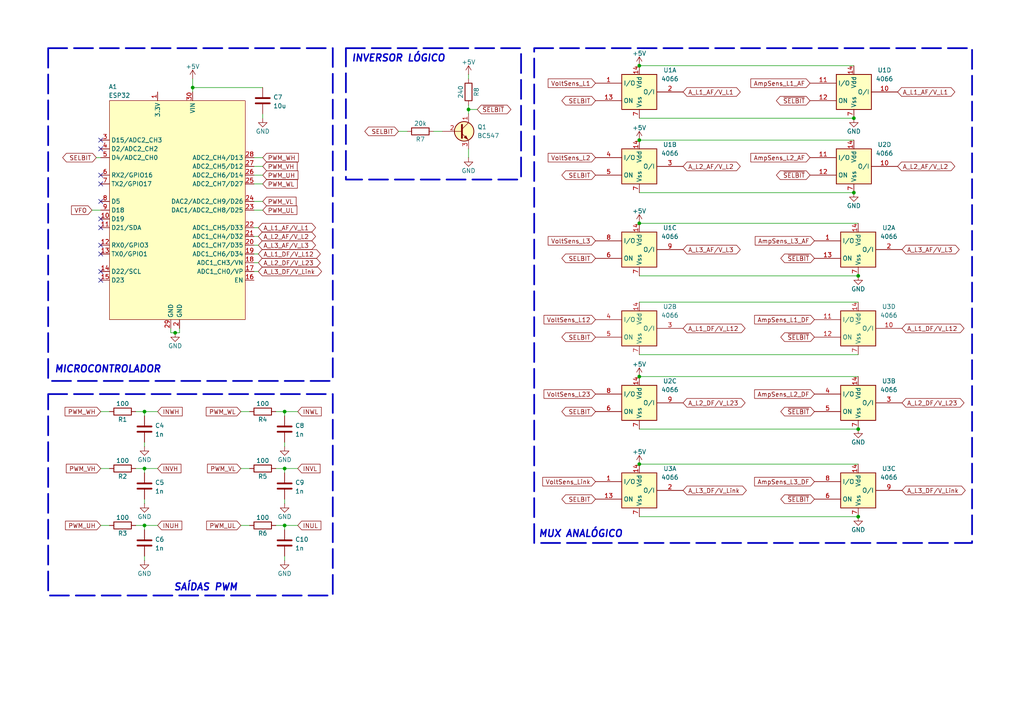
<source format=kicad_sch>
(kicad_sch (version 20231120) (generator "eeschema") (generator_version "8.0")
  (paper "A4")
  (title_block (title "Microcontrolador") (date "2025-02-24") (rev "V1") (company "Autor: José Fonseca") (comment 1 "UFPEL") (comment 2 "GSIC"))
  (lib_symbols
    (symbol "4xxx_IEEE:4066"
      (property "Reference" "U" (at 2.54 5.08 0))
      (property "Value" "4066" (at 5.08 -5.08 0))
      (symbol "4066_0_1"
        (rectangle (start -5.08 5.08) (end 5.08 -5.08) (stroke (width 0.254)) (fill (type background)))
        (pin power_in line (at 0 7.62 270) (length 2.54) (name "Vdd") (number "14"))
        (pin power_in line (at 0 -7.62 90) (length 2.54) (name "Vss") (number "7"))
      )
      (symbol "4066_1_1"
        (pin passive line (at -12.7 2.54 0) (length 7.62) (name "I/O") (number "1"))
        (pin input line (at -12.7 -2.54 0) (length 7.62) (name "ON") (number "13"))
        (pin passive line (at 12.7 0 180) (length 7.62) (name "O/I") (number "2"))
      )
      (symbol "4066_2_1"
        (pin passive line (at 12.7 0 180) (length 7.62) (name "O/I") (number "3"))
        (pin passive line (at -12.7 2.54 0) (length 7.62) (name "I/O") (number "4"))
        (pin input line (at -12.7 -2.54 0) (length 7.62) (name "ON") (number "5"))
      )
      (symbol "4066_3_1"
        (pin input line (at -12.7 -2.54 0) (length 7.62) (name "ON") (number "6"))
        (pin passive line (at -12.7 2.54 0) (length 7.62) (name "I/O") (number "8"))
        (pin passive line (at 12.7 0 180) (length 7.62) (name "O/I") (number "9"))
      )
      (symbol "4066_4_1"
        (pin passive line (at 12.7 0 180) (length 7.62) (name "O/I") (number "10"))
        (pin passive line (at -12.7 2.54 0) (length 7.62) (name "I/O") (number "11"))
        (pin input line (at -12.7 -2.54 0) (length 7.62) (name "ON") (number "12"))
      )
    )
    (symbol "Device:C" (pin_numbers hide) (pin_names (offset 0.254))
      (property "Reference" "C" (at 0.635 2.54 0))
      (property "Value" "C" (at 0.635 -2.54 0))
      (symbol "C_0_1"
        (polyline (pts (xy -2.032 -0.762) (xy 2.032 -0.762)) (stroke (width 0.508)))
        (polyline (pts (xy -2.032 0.762) (xy 2.032 0.762)) (stroke (width 0.508)))
      )
      (symbol "C_1_1"
        (pin passive line (at 0 3.81 270) (length 2.794) (name "~") (number "1"))
        (pin passive line (at 0 -3.81 90) (length 2.794) (name "~") (number "2"))
      )
    )
    (symbol "Device:R" (pin_numbers hide) (pin_names (offset 0))
      (property "Reference" "R" (at 2.032 0 90))
      (property "Value" "R" (at 0 0 90))
      (symbol "R_0_1"
        (rectangle (start -1.016 -2.54) (end 1.016 2.54) (stroke (width 0.254)))
      )
      (symbol "R_1_1"
        (pin passive line (at 0 3.81 270) (length 1.27) (name "~") (number "1"))
        (pin passive line (at 0 -3.81 90) (length 1.27) (name "~") (number "2"))
      )
    )
    (symbol "PCM_SL_Development_Board:ESP32_DevKit_V1_DOIT_30GPIOs"
      (property "Reference" "A?" (at -19.304 37.084 0))
      (property "Value" "ESP32" (at -19.304 34.544 0))
      (symbol "ESP32_DevKit_V1_DOIT_30GPIOs_0_1"
        (rectangle (start -19.05 33.02) (end 20.32 -30.48) (fill (type background)))
      )
      (symbol "ESP32_DevKit_V1_DOIT_30GPIOs_1_1"
        (pin power_in line (at -5.08 35.56 270) (length 2.54) (name "3.3V") (number "1"))
        (pin bidirectional line (at -21.59 -1.27 0) (length 2.54) (name "D19") (number "10"))
        (pin bidirectional line (at -21.59 -3.81 0) (length 2.54) (name "D21/SDA") (number "11"))
        (pin bidirectional line (at -21.59 -8.89 0) (length 2.54) (name "RX0/GPIO3") (number "12"))
        (pin bidirectional line (at -21.59 -11.43 0) (length 2.54) (name "TX0/GPIO1") (number "13"))
        (pin bidirectional line (at -21.59 -16.51 0) (length 2.54) (name "D22/SCL") (number "14"))
        (pin bidirectional line (at -21.59 -19.05 0) (length 2.54) (name "D23") (number "15"))
        (pin bidirectional line (at 22.86 -19.05 180) (length 2.54) (name "EN") (number "16"))
        (pin bidirectional line (at 22.86 -16.51 180) (length 2.54) (name "ADC1_CH0/VP") (number "17"))
        (pin bidirectional line (at 22.86 -13.97 180) (length 2.54) (name "ADC1_CH3/VN") (number "18"))
        (pin bidirectional line (at 22.86 -11.43 180) (length 2.54) (name "ADC1_CH6/D34") (number "19"))
        (pin power_in line (at 1.27 -33.02 90) (length 2.54) (name "GND") (number "2"))
        (pin bidirectional line (at 22.86 -8.89 180) (length 2.54) (name "ADC1_CH7/D35") (number "20"))
        (pin bidirectional line (at 22.86 -6.35 180) (length 2.54) (name "ADC1_CH4/D32") (number "21"))
        (pin bidirectional line (at 22.86 -3.81 180) (length 2.54) (name "ADC1_CH5/D33") (number "22"))
        (pin bidirectional line (at 22.86 1.27 180) (length 2.54) (name "DAC1/ADC2_CH8/D25") (number "23"))
        (pin bidirectional line (at 22.86 3.81 180) (length 2.54) (name "DAC2/ADC2_CH9/D26") (number "24"))
        (pin bidirectional line (at 22.86 8.89 180) (length 2.54) (name "ADC2_CH7/D27") (number "25"))
        (pin bidirectional line (at 22.86 11.43 180) (length 2.54) (name "ADC2_CH6/D14") (number "26"))
        (pin bidirectional line (at 22.86 13.97 180) (length 2.54) (name "ADC2_CH5/D12") (number "27"))
        (pin bidirectional line (at 22.86 16.51 180) (length 2.54) (name "ADC2_CH4/D13") (number "28"))
        (pin power_in line (at -1.27 -33.02 90) (length 2.54) (name "GND") (number "29"))
        (pin bidirectional line (at -21.59 21.59 0) (length 2.54) (name "D15/ADC2_CH3") (number "3"))
        (pin power_in line (at 5.08 35.56 270) (length 2.54) (name "VIN") (number "30"))
        (pin bidirectional line (at -21.59 19.05 0) (length 2.54) (name "D2/ADC2_CH2") (number "4"))
        (pin bidirectional line (at -21.59 16.51 0) (length 2.54) (name "D4/ADC2_CH0") (number "5"))
        (pin bidirectional line (at -21.59 11.43 0) (length 2.54) (name "RX2/GPIO16") (number "6"))
        (pin bidirectional line (at -21.59 8.89 0) (length 2.54) (name "TX2/GPIO17") (number "7"))
        (pin bidirectional line (at -21.59 3.81 0) (length 2.54) (name "D5") (number "8"))
        (pin bidirectional line (at -21.59 1.27 0) (length 2.54) (name "D18") (number "9"))
      )
    )
    (symbol "PCM_Transistor_BJT_AKL:BC547" (pin_names hide)
      (property "Reference" "Q" (at 5.08 1.27 0))
      (property "Value" "BC547" (at 5.08 -1.27 0))
      (symbol "BC547_0_1"
        (polyline (pts (xy 0.635 0.635) (xy 2.54 2.54)))
        (polyline (pts (xy 0.635 -0.635) (xy 2.54 -2.54) (xy 2.54 -2.54)))
        (polyline (pts (xy 0.635 1.905) (xy 0.635 -1.905) (xy 0.635 -1.905)) (stroke (width 0.508)))
        (polyline (pts (xy 1.27 -1.778) (xy 1.778 -1.27) (xy 2.286 -2.286) (xy 1.27 -1.778) (xy 1.27 -1.778)) (fill (type outline)))
        (circle (center 1.27 0) (radius 2.8194) (stroke (width 0.254)) (fill (type background)))
      )
      (symbol "BC547_1_1"
        (pin passive line (at 2.54 5.08 270) (length 2.54) (name "C") (number "1"))
        (pin input line (at -5.08 0 0) (length 5.715) (name "B") (number "2"))
        (pin passive line (at 2.54 -5.08 90) (length 2.54) (name "E") (number "3"))
      )
    )
    (symbol "power:+5V" (power) (pin_numbers hide) (pin_names (offset 0) hide)
      (property "Value" "+5V" (at 0 3.556 0))
      (symbol "+5V_0_1"
        (polyline (pts (xy -0.762 1.27) (xy 0 2.54)))
        (polyline (pts (xy 0 0) (xy 0 2.54)))
        (polyline (pts (xy 0 2.54) (xy 0.762 1.27)))
      )
      (symbol "+5V_1_1"
        (pin power_in line (at 0 0 90) (length 0) (name "~") (number "1"))
      )
    )
    (symbol "power:GND" (power) (pin_numbers hide) (pin_names (offset 0) hide)
      (property "Value" "GND" (at 0 -3.81 0))
      (symbol "GND_0_1"
        (polyline (pts (xy 0 0) (xy 0 -1.27) (xy 1.27 -1.27) (xy 0 -2.54) (xy -1.27 -1.27) (xy 0 -1.27)))
      )
      (symbol "GND_1_1"
        (pin power_in line (at 0 0 270) (length 0) (name "~") (number "1"))
      )
    )
  )
  (junction (at 82.55 152.4))
  (junction (at 41.91 119.38))
  (junction (at 247.65 55.88))
  (junction (at 185.42 64.77))
  (junction (at 135.89 31.75))
  (junction (at 82.55 119.38))
  (junction (at 185.42 109.22))
  (junction (at 247.65 34.29))
  (junction (at 55.88 25.4))
  (junction (at 248.92 124.46))
  (junction (at 41.91 135.89))
  (junction (at 185.42 134.62))
  (junction (at 50.8 96.52))
  (junction (at 248.92 149.86))
  (junction (at 82.55 135.89))
  (junction (at 185.42 40.64))
  (junction (at 185.42 19.05))
  (junction (at 248.92 80.01))
  (junction (at 41.91 152.4))
  (no_connect (at 29.21 50.8))
  (no_connect (at 29.21 58.42))
  (no_connect (at 29.21 53.34))
  (no_connect (at 29.21 63.5))
  (no_connect (at 29.21 71.12))
  (no_connect (at 29.21 78.74))
  (no_connect (at 29.21 43.18))
  (no_connect (at 29.21 81.28))
  (no_connect (at 29.21 40.64))
  (no_connect (at 29.21 66.04))
  (no_connect (at 29.21 73.66))
  (wire (pts (xy 74.93 68.58) (xy 73.66 68.58)))
  (wire (pts (xy 29.21 119.38) (xy 31.75 119.38)))
  (wire (pts (xy 82.55 129.54) (xy 82.55 128.27)))
  (wire (pts (xy 41.91 153.67) (xy 41.91 152.4)))
  (wire (pts (xy 69.85 119.38) (xy 72.39 119.38)))
  (wire (pts (xy 74.93 71.12) (xy 73.66 71.12)))
  (wire (pts (xy 82.55 135.89) (xy 82.55 137.16)))
  (wire (pts (xy 185.42 87.63) (xy 248.92 87.63)))
  (wire (pts (xy 29.21 135.89) (xy 31.75 135.89)))
  (wire (pts (xy 69.85 135.89) (xy 72.39 135.89)))
  (wire (pts (xy 135.89 30.48) (xy 135.89 31.75)))
  (wire (pts (xy 27.94 45.72) (xy 29.21 45.72)))
  (wire (pts (xy 135.89 21.59) (xy 135.89 22.86)))
  (wire (pts (xy 55.88 25.4) (xy 55.88 26.67)))
  (wire (pts (xy 82.55 119.38) (xy 86.36 119.38)))
  (wire (pts (xy 185.42 19.05) (xy 247.65 19.05)))
  (wire (pts (xy 76.2 60.96) (xy 73.66 60.96)))
  (wire (pts (xy 41.91 152.4) (xy 39.37 152.4)))
  (wire (pts (xy 74.93 73.66) (xy 73.66 73.66)))
  (wire (pts (xy 49.53 95.25) (xy 49.53 96.52)))
  (wire (pts (xy 39.37 119.38) (xy 41.91 119.38)))
  (wire (pts (xy 115.57 38.1) (xy 118.11 38.1)))
  (wire (pts (xy 82.55 152.4) (xy 86.36 152.4)))
  (wire (pts (xy 82.55 153.67) (xy 82.55 152.4)))
  (wire (pts (xy 76.2 45.72) (xy 73.66 45.72)))
  (wire (pts (xy 125.73 38.1) (xy 128.27 38.1)))
  (wire (pts (xy 39.37 135.89) (xy 41.91 135.89)))
  (wire (pts (xy 52.07 96.52) (xy 50.8 96.52)))
  (wire (pts (xy 82.55 152.4) (xy 80.01 152.4)))
  (wire (pts (xy 76.2 50.8) (xy 73.66 50.8)))
  (wire (pts (xy 185.42 134.62) (xy 248.92 134.62)))
  (wire (pts (xy 185.42 109.22) (xy 248.92 109.22)))
  (wire (pts (xy 41.91 161.29) (xy 41.91 162.56)))
  (wire (pts (xy 74.93 76.2) (xy 73.66 76.2)))
  (wire (pts (xy 135.89 45.72) (xy 135.89 43.18)))
  (wire (pts (xy 82.55 119.38) (xy 82.55 120.65)))
  (wire (pts (xy 55.88 22.86) (xy 55.88 25.4)))
  (wire (pts (xy 41.91 119.38) (xy 41.91 120.65)))
  (wire (pts (xy 185.42 124.46) (xy 248.92 124.46)))
  (wire (pts (xy 76.2 53.34) (xy 73.66 53.34)))
  (wire (pts (xy 76.2 48.26) (xy 73.66 48.26)))
  (wire (pts (xy 41.91 152.4) (xy 45.72 152.4)))
  (wire (pts (xy 41.91 146.05) (xy 41.91 144.78)))
  (wire (pts (xy 74.93 66.04) (xy 73.66 66.04)))
  (wire (pts (xy 82.55 161.29) (xy 82.55 162.56)))
  (wire (pts (xy 69.85 152.4) (xy 72.39 152.4)))
  (wire (pts (xy 41.91 129.54) (xy 41.91 128.27)))
  (wire (pts (xy 185.42 80.01) (xy 248.92 80.01)))
  (wire (pts (xy 185.42 64.77) (xy 248.92 64.77)))
  (wire (pts (xy 49.53 96.52) (xy 50.8 96.52)))
  (wire (pts (xy 76.2 33.02) (xy 76.2 34.29)))
  (wire (pts (xy 185.42 40.64) (xy 247.65 40.64)))
  (wire (pts (xy 82.55 135.89) (xy 86.36 135.89)))
  (wire (pts (xy 80.01 135.89) (xy 82.55 135.89)))
  (wire (pts (xy 80.01 119.38) (xy 82.55 119.38)))
  (wire (pts (xy 82.55 146.05) (xy 82.55 144.78)))
  (wire (pts (xy 135.89 31.75) (xy 135.89 33.02)))
  (wire (pts (xy 29.21 152.4) (xy 31.75 152.4)))
  (wire (pts (xy 41.91 135.89) (xy 41.91 137.16)))
  (wire (pts (xy 41.91 119.38) (xy 45.72 119.38)))
  (wire (pts (xy 55.88 25.4) (xy 76.2 25.4)))
  (wire (pts (xy 41.91 135.89) (xy 45.72 135.89)))
  (wire (pts (xy 185.42 55.88) (xy 247.65 55.88)))
  (wire (pts (xy 185.42 102.87) (xy 248.92 102.87)))
  (wire (pts (xy 74.93 78.74) (xy 73.66 78.74)))
  (wire (pts (xy 52.07 95.25) (xy 52.07 96.52)))
  (wire (pts (xy 135.89 31.75) (xy 138.43 31.75)))
  (wire (pts (xy 26.67 60.96) (xy 29.21 60.96)))
  (wire (pts (xy 185.42 149.86) (xy 248.92 149.86)))
  (wire (pts (xy 76.2 58.42) (xy 73.66 58.42)))
  (wire (pts (xy 185.42 34.29) (xy 247.65 34.29)))
  (rectangle (start 154.94 13.97) (end 281.94 157.48) (stroke (width 0.5) (type dash)))
  (rectangle (start 100.33 13.97) (end 151.13 52.07) (stroke (width 0.5) (type dash)))
  (rectangle (start 13.97 114.3) (end 96.52 172.72) (stroke (width 0.5) (type dash)))
  (rectangle (start 13.97 13.97) (end 96.52 110.49) (stroke (width 0.5) (type dash)))
  (text "INVERSOR LÓGICO\n" (at 115.57 17.018 0) (effects (font (size 2 2) (bold yes) (italic yes))))
  (text "MICROCONTROLADOR\n" (at 31.242 107.188 0) (effects (font (size 2 2) (bold yes) (italic yes))))
  (text "MUX ANALÓGICO" (at 168.402 154.94 0) (effects (font (size 2 2) (bold yes) (italic yes))))
  (text "SAÍDAS PWM\n" (at 59.69 170.434 0) (effects (font (size 2 2) (bold yes) (italic yes))))
  (global_label "INUL" (shape input) (at 86.36 152.4 0) (property "Intersheetrefs" "${INTERSHEET_REFS}" (effects (hide yes))))
  (global_label "VoltSens_L2" (shape input) (at 172.72 45.72 180) (property "Intersheetrefs" "${INTERSHEET_REFS}" (effects (hide yes))))
  (global_label "~{SELBIT}" (shape bidirectional) (at 234.95 50.8 180) (property "Intersheetrefs" "${INTERSHEET_REFS}" (effects (hide yes))))
  (global_label "PWM_UH" (shape input) (at 29.21 152.4 180) (property "Intersheetrefs" "${INTERSHEET_REFS}" (effects (hide yes))))
  (global_label "PWM_VH" (shape input) (at 29.21 135.89 180) (property "Intersheetrefs" "${INTERSHEET_REFS}" (effects (hide yes))))
  (global_label "PWM_WH" (shape input) (at 76.2 45.72 0) (property "Intersheetrefs" "${INTERSHEET_REFS}" (effects (hide yes))))
  (global_label "SELBIT" (shape bidirectional) (at 172.72 97.79 180) (property "Intersheetrefs" "${INTERSHEET_REFS}" (effects (hide yes))))
  (global_label "SELBIT" (shape bidirectional) (at 172.72 74.93 180) (property "Intersheetrefs" "${INTERSHEET_REFS}" (effects (hide yes))))
  (global_label "A_L3_DF{slash}V_Link" (shape bidirectional) (at 198.12 142.24 0) (property "Intersheetrefs" "${INTERSHEET_REFS}" (effects (hide yes))))
  (global_label "~{SELBIT}" (shape bidirectional) (at 138.43 31.75 0) (property "Intersheetrefs" "${INTERSHEET_REFS}" (effects (hide yes))))
  (global_label "INWL" (shape input) (at 86.36 119.38 0) (property "Intersheetrefs" "${INTERSHEET_REFS}" (effects (hide yes))))
  (global_label "PWM_UH" (shape input) (at 76.2 50.8 0) (property "Intersheetrefs" "${INTERSHEET_REFS}" (effects (hide yes))))
  (global_label "INWH" (shape input) (at 45.72 119.38 0) (property "Intersheetrefs" "${INTERSHEET_REFS}" (effects (hide yes))))
  (global_label "A_L1_DF{slash}V_L12" (shape bidirectional) (at 261.62 95.25 0) (property "Intersheetrefs" "${INTERSHEET_REFS}" (effects (hide yes))))
  (global_label "PWM_VL" (shape input) (at 69.85 135.89 180) (property "Intersheetrefs" "${INTERSHEET_REFS}" (effects (hide yes))))
  (global_label "A_L1_DF{slash}V_L12" (shape bidirectional) (at 74.93 73.66 0) (property "Intersheetrefs" "${INTERSHEET_REFS}" (effects (hide yes))))
  (global_label "~{SELBIT}" (shape bidirectional) (at 236.22 119.38 180) (property "Intersheetrefs" "${INTERSHEET_REFS}" (effects (hide yes))))
  (global_label "SELBIT" (shape bidirectional) (at 27.94 45.72 180) (property "Intersheetrefs" "${INTERSHEET_REFS}" (effects (hide yes))))
  (global_label "A_L1_AF{slash}V_L1" (shape bidirectional) (at 260.35 26.67 0) (property "Intersheetrefs" "${INTERSHEET_REFS}" (effects (hide yes))))
  (global_label "VoltSens_L1" (shape input) (at 172.72 24.13 180) (property "Intersheetrefs" "${INTERSHEET_REFS}" (effects (hide yes))))
  (global_label "PWM_UL" (shape input) (at 76.2 60.96 0) (property "Intersheetrefs" "${INTERSHEET_REFS}" (effects (hide yes))))
  (global_label "A_L3_AF{slash}V_L3" (shape bidirectional) (at 74.93 71.12 0) (property "Intersheetrefs" "${INTERSHEET_REFS}" (effects (hide yes))))
  (global_label "A_L2_AF{slash}V_L2" (shape bidirectional) (at 74.93 68.58 0) (property "Intersheetrefs" "${INTERSHEET_REFS}" (effects (hide yes))))
  (global_label "AmpSens_L1_AF" (shape input) (at 234.95 24.13 180) (property "Intersheetrefs" "${INTERSHEET_REFS}" (effects (hide yes))))
  (global_label "A_L3_AF{slash}V_L3" (shape bidirectional) (at 261.62 72.39 0) (property "Intersheetrefs" "${INTERSHEET_REFS}" (effects (hide yes))))
  (global_label "A_L3_DF{slash}V_Link" (shape bidirectional) (at 261.62 142.24 0) (property "Intersheetrefs" "${INTERSHEET_REFS}" (effects (hide yes))))
  (global_label "INVH" (shape input) (at 45.72 135.89 0) (property "Intersheetrefs" "${INTERSHEET_REFS}" (effects (hide yes))))
  (global_label "AmpSens_L2_AF" (shape input) (at 234.95 45.72 180) (property "Intersheetrefs" "${INTERSHEET_REFS}" (effects (hide yes))))
  (global_label "SELBIT" (shape bidirectional) (at 172.72 119.38 180) (property "Intersheetrefs" "${INTERSHEET_REFS}" (effects (hide yes))))
  (global_label "INVL" (shape input) (at 86.36 135.89 0) (property "Intersheetrefs" "${INTERSHEET_REFS}" (effects (hide yes))))
  (global_label "A_L2_DF{slash}V_L23" (shape bidirectional) (at 198.12 116.84 0) (property "Intersheetrefs" "${INTERSHEET_REFS}" (effects (hide yes))))
  (global_label "AmpSens_L2_DF" (shape input) (at 236.22 114.3 180) (property "Intersheetrefs" "${INTERSHEET_REFS}" (effects (hide yes))))
  (global_label "PWM_VH" (shape input) (at 76.2 48.26 0) (property "Intersheetrefs" "${INTERSHEET_REFS}" (effects (hide yes))))
  (global_label "PWM_VL" (shape input) (at 76.2 58.42 0) (property "Intersheetrefs" "${INTERSHEET_REFS}" (effects (hide yes))))
  (global_label "AmpSens_L3_DF" (shape input) (at 236.22 139.7 180) (property "Intersheetrefs" "${INTERSHEET_REFS}" (effects (hide yes))))
  (global_label "~{SELBIT}" (shape bidirectional) (at 234.95 29.21 180) (property "Intersheetrefs" "${INTERSHEET_REFS}" (effects (hide yes))))
  (global_label "VFO" (shape input) (at 26.67 60.96 180) (property "Intersheetrefs" "${INTERSHEET_REFS}" (effects (hide yes))))
  (global_label "VoltSens_L12" (shape input) (at 172.72 92.71 180) (property "Intersheetrefs" "${INTERSHEET_REFS}" (effects (hide yes))))
  (global_label "A_L2_DF{slash}V_L23" (shape bidirectional) (at 74.93 76.2 0) (property "Intersheetrefs" "${INTERSHEET_REFS}" (effects (hide yes))))
  (global_label "~{SELBIT}" (shape bidirectional) (at 236.22 144.78 180) (property "Intersheetrefs" "${INTERSHEET_REFS}" (effects (hide yes))))
  (global_label "A_L1_AF{slash}V_L1" (shape bidirectional) (at 198.12 26.67 0) (property "Intersheetrefs" "${INTERSHEET_REFS}" (effects (hide yes))))
  (global_label "PWM_WL" (shape input) (at 76.2 53.34 0) (property "Intersheetrefs" "${INTERSHEET_REFS}" (effects (hide yes))))
  (global_label "A_L2_DF{slash}V_L23" (shape bidirectional) (at 261.62 116.84 0) (property "Intersheetrefs" "${INTERSHEET_REFS}" (effects (hide yes))))
  (global_label "PWM_UL" (shape input) (at 69.85 152.4 180) (property "Intersheetrefs" "${INTERSHEET_REFS}" (effects (hide yes))))
  (global_label "~{SELBIT}" (shape bidirectional) (at 236.22 74.93 180) (property "Intersheetrefs" "${INTERSHEET_REFS}" (effects (hide yes))))
  (global_label "A_L2_AF{slash}V_L2" (shape bidirectional) (at 260.35 48.26 0) (property "Intersheetrefs" "${INTERSHEET_REFS}" (effects (hide yes))))
  (global_label "AmpSens_L1_DF" (shape input) (at 236.22 92.71 180) (property "Intersheetrefs" "${INTERSHEET_REFS}" (effects (hide yes))))
  (global_label "SELBIT" (shape bidirectional) (at 115.57 38.1 180) (property "Intersheetrefs" "${INTERSHEET_REFS}" (effects (hide yes))))
  (global_label "VoltSens_Link" (shape input) (at 172.72 139.7 180) (property "Intersheetrefs" "${INTERSHEET_REFS}" (effects (hide yes))))
  (global_label "~{SELBIT}" (shape bidirectional) (at 236.22 97.79 180) (property "Intersheetrefs" "${INTERSHEET_REFS}" (effects (hide yes))))
  (global_label "VoltSens_L3" (shape input) (at 172.72 69.85 180) (property "Intersheetrefs" "${INTERSHEET_REFS}" (effects (hide yes))))
  (global_label "SELBIT" (shape bidirectional) (at 172.72 29.21 180) (property "Intersheetrefs" "${INTERSHEET_REFS}" (effects (hide yes))))
  (global_label "A_L1_DF{slash}V_L12" (shape bidirectional) (at 198.12 95.25 0) (property "Intersheetrefs" "${INTERSHEET_REFS}" (effects (hide yes))))
  (global_label "PWM_WL" (shape input) (at 69.85 119.38 180) (property "Intersheetrefs" "${INTERSHEET_REFS}" (effects (hide yes))))
  (global_label "A_L3_AF{slash}V_L3" (shape bidirectional) (at 198.12 72.39 0) (property "Intersheetrefs" "${INTERSHEET_REFS}" (effects (hide yes))))
  (global_label "SELBIT" (shape bidirectional) (at 172.72 50.8 180) (property "Intersheetrefs" "${INTERSHEET_REFS}" (effects (hide yes))))
  (global_label "A_L3_DF{slash}V_Link" (shape bidirectional) (at 74.93 78.74 0) (property "Intersheetrefs" "${INTERSHEET_REFS}" (effects (hide yes))))
  (global_label "PWM_WH" (shape input) (at 29.21 119.38 180) (property "Intersheetrefs" "${INTERSHEET_REFS}" (effects (hide yes))))
  (global_label "AmpSens_L3_AF" (shape input) (at 236.22 69.85 180) (property "Intersheetrefs" "${INTERSHEET_REFS}" (effects (hide yes))))
  (global_label "A_L2_AF{slash}V_L2" (shape bidirectional) (at 198.12 48.26 0) (property "Intersheetrefs" "${INTERSHEET_REFS}" (effects (hide yes))))
  (global_label "A_L1_AF{slash}V_L1" (shape bidirectional) (at 74.93 66.04 0) (property "Intersheetrefs" "${INTERSHEET_REFS}" (effects (hide yes))))
  (global_label "SELBIT" (shape bidirectional) (at 172.72 144.78 180) (property "Intersheetrefs" "${INTERSHEET_REFS}" (effects (hide yes))))
  (global_label "VoltSens_L23" (shape input) (at 172.72 114.3 180) (property "Intersheetrefs" "${INTERSHEET_REFS}" (effects (hide yes))))
  (global_label "INUH" (shape input) (at 45.72 152.4 0) (property "Intersheetrefs" "${INTERSHEET_REFS}" (effects (hide yes))))
  (symbol (lib_id "power:GND") (at 247.65 34.29 0) (unit 1)
    (property "Reference" "#PWR026" (effects (hide yes)))
    (property "Value" "GND" (at 247.65 38.1 0))
    (property "Description" "Power symbol creates a global label with name \"GND\" , ground" (effects (hide yes)))
  )
  (symbol (lib_id "Device:R") (at 76.2 152.4 90) (unit 1)
    (property "Reference" "R6" (at 76.2 154.686 90))
    (property "Value" "100" (at 76.2 150.114 90))
    (property "Footprint" "PCM_Resistor_THT_AKL:R_Axial_DIN0411_L9.9mm_D3.6mm_P20.32mm_Horizontal" (effects (hide yes)))
    (property "Description" "Resistor" (effects (hide yes)))
  )
  (symbol (lib_id "power:GND") (at 247.65 55.88 0) (unit 1)
    (property "Reference" "#PWR027" (effects (hide yes)))
    (property "Value" "GND" (at 247.65 59.69 0))
    (property "Description" "Power symbol creates a global label with name \"GND\" , ground" (effects (hide yes)))
  )
  (symbol (lib_id "4xxx_IEEE:4066") (at 247.65 26.67 0) (unit 4)
    (property "Reference" "U1" (at 256.54 20.3514 0))
    (property "Value" "4066" (at 256.54 22.8914 0))
    (property "Footprint" "Package_DIP:DIP-14_W7.62mm_LongPads" (effects (hide yes)))
  )
  (symbol (lib_id "Device:C") (at 41.91 157.48 0) (unit 1)
    (property "Reference" "C6" (at 44.958 156.464 0) (effects (justify left)))
    (property "Value" "1n" (at 44.958 159.004 0) (effects (justify left)))
    (property "Footprint" "Capacitor_THT:C_Disc_D4.7mm_W2.5mm_P5.00mm" (effects (hide yes)))
    (property "Description" "Unpolarized capacitor" (effects (hide yes)))
  )
  (symbol (lib_id "power:GND") (at 41.91 162.56 0) (unit 1)
    (property "Reference" "#PWR015" (effects (hide yes)))
    (property "Value" "GND" (at 41.91 166.37 0))
    (property "Description" "Power symbol creates a global label with name \"GND\" , ground" (effects (hide yes)))
  )
  (symbol (lib_id "4xxx_IEEE:4066") (at 248.92 116.84 0) (unit 2)
    (property "Reference" "U3" (at 257.81 110.5214 0))
    (property "Value" "4066" (at 257.81 113.0614 0))
    (property "Footprint" "Package_DIP:DIP-14_W7.62mm_LongPads" (effects (hide yes)))
  )
  (symbol (lib_id "PCM_Transistor_BJT_AKL:BC547") (at 133.35 38.1 0) (unit 1)
    (property "Reference" "Q1" (at 138.43 36.8299 0) (effects (justify left)))
    (property "Value" "BC547" (at 138.43 39.3699 0) (effects (justify left)))
    (property "Footprint" "PCM_Package_TO_SOT_THT_AKL:TO-92_HandSolder" (effects (hide yes)))
    (property "Datasheet" "https://www.tme.eu/Document/6c5d898a533a0762c2bc33eb26c283a8/BC546-550-DTE.pdf" (effects (hide yes)))
    (property "Description" "NPN TO-92 transistor, 45V, 100mA, 500mW, Complementary to BC557, Alternate KiCAD Library" (effects (hide yes)))
  )
  (symbol (lib_id "4xxx_IEEE:4066") (at 185.42 116.84 0) (unit 3)
    (property "Reference" "U2" (at 194.31 110.5214 0))
    (property "Value" "4066" (at 194.31 113.0614 0))
    (property "Footprint" "Package_DIP:DIP-14_W7.62mm_LongPads" (effects (hide yes)))
  )
  (symbol (lib_id "power:+5V") (at 185.42 134.62 0) (unit 1)
    (property "Reference" "#PWR035" (effects (hide yes)))
    (property "Value" "+5V" (at 185.42 131.064 0))
    (property "Description" "Power symbol creates a global label with name \"+5V\"" (effects (hide yes)))
  )
  (symbol (lib_id "Device:R") (at 35.56 135.89 90) (unit 1)
    (property "Reference" "R2" (at 35.56 138.176 90))
    (property "Value" "100" (at 35.56 133.604 90))
    (property "Footprint" "PCM_Resistor_THT_AKL:R_Axial_DIN0411_L9.9mm_D3.6mm_P20.32mm_Horizontal" (effects (hide yes)))
    (property "Description" "Resistor" (effects (hide yes)))
  )
  (symbol (lib_id "power:GND") (at 82.55 146.05 0) (unit 1)
    (property "Reference" "#PWR017" (effects (hide yes)))
    (property "Value" "GND" (at 82.55 149.86 0))
    (property "Description" "Power symbol creates a global label with name \"GND\" , ground" (effects (hide yes)))
  )
  (symbol (lib_id "4xxx_IEEE:4066") (at 185.42 48.26 0) (unit 2)
    (property "Reference" "U1" (at 194.31 41.9414 0))
    (property "Value" "4066" (at 194.31 44.4814 0))
    (property "Footprint" "Package_DIP:DIP-14_W7.62mm_LongPads" (effects (hide yes)))
  )
  (symbol (lib_id "power:+5V") (at 185.42 40.64 0) (unit 1)
    (property "Reference" "#PWR032" (effects (hide yes)))
    (property "Value" "+5V" (at 185.42 37.084 0))
    (property "Description" "Power symbol creates a global label with name \"+5V\"" (effects (hide yes)))
  )
  (symbol (lib_id "power:GND") (at 50.8 96.52 0) (unit 1)
    (property "Reference" "#PWR019" (effects (hide yes)))
    (property "Value" "GND" (at 50.8 100.33 0))
    (property "Description" "Power symbol creates a global label with name \"GND\" , ground" (effects (hide yes)))
  )
  (symbol (lib_id "Device:C") (at 82.55 124.46 0) (unit 1)
    (property "Reference" "C8" (at 85.598 123.444 0) (effects (justify left)))
    (property "Value" "1n" (at 85.598 125.984 0) (effects (justify left)))
    (property "Footprint" "Capacitor_THT:C_Disc_D4.7mm_W2.5mm_P5.00mm" (effects (hide yes)))
    (property "Description" "Unpolarized capacitor" (effects (hide yes)))
  )
  (symbol (lib_id "power:GND") (at 248.92 80.01 0) (unit 1)
    (property "Reference" "#PWR028" (effects (hide yes)))
    (property "Value" "GND" (at 248.92 83.82 0))
    (property "Description" "Power symbol creates a global label with name \"GND\" , ground" (effects (hide yes)))
  )
  (symbol (lib_id "Device:C") (at 41.91 140.97 0) (unit 1)
    (property "Reference" "C5" (at 44.958 139.954 0) (effects (justify left)))
    (property "Value" "1n" (at 44.958 142.494 0) (effects (justify left)))
    (property "Footprint" "Capacitor_THT:C_Disc_D4.7mm_W2.5mm_P5.00mm" (effects (hide yes)))
    (property "Description" "Unpolarized capacitor" (effects (hide yes)))
  )
  (symbol (lib_id "Device:R") (at 76.2 135.89 90) (unit 1)
    (property "Reference" "R5" (at 76.2 138.176 90))
    (property "Value" "100" (at 76.2 133.604 90))
    (property "Footprint" "PCM_Resistor_THT_AKL:R_Axial_DIN0411_L9.9mm_D3.6mm_P20.32mm_Horizontal" (effects (hide yes)))
    (property "Description" "Resistor" (effects (hide yes)))
  )
  (symbol (lib_id "4xxx_IEEE:4066") (at 185.42 95.25 0) (unit 2)
    (property "Reference" "U2" (at 194.31 88.9314 0))
    (property "Value" "4066" (at 194.31 91.4714 0))
    (property "Footprint" "Package_DIP:DIP-14_W7.62mm_LongPads" (effects (hide yes)))
  )
  (symbol (lib_id "power:GND") (at 135.89 45.72 0) (unit 1)
    (property "Reference" "#PWR038" (effects (hide yes)))
    (property "Value" "GND" (at 135.89 49.53 0))
    (property "Description" "Power symbol creates a global label with name \"GND\" , ground" (effects (hide yes)))
  )
  (symbol (lib_id "power:+5V") (at 55.88 22.86 0) (unit 1)
    (property "Reference" "#PWR020" (effects (hide yes)))
    (property "Value" "+5V" (at 55.88 19.304 0))
    (property "Description" "Power symbol creates a global label with name \"+5V\"" (effects (hide yes)))
  )
  (symbol (lib_id "power:GND") (at 41.91 129.54 0) (unit 1)
    (property "Reference" "#PWR010" (effects (hide yes)))
    (property "Value" "GND" (at 41.91 133.35 0))
    (property "Description" "Power symbol creates a global label with name \"GND\" , ground" (effects (hide yes)))
  )
  (symbol (lib_id "4xxx_IEEE:4066") (at 185.42 26.67 0) (unit 1)
    (property "Reference" "U1" (at 194.31 20.3514 0))
    (property "Value" "4066" (at 194.31 22.8914 0))
    (property "Footprint" "Package_DIP:DIP-14_W7.62mm_LongPads" (effects (hide yes)))
  )
  (symbol (lib_id "Device:R") (at 35.56 152.4 90) (unit 1)
    (property "Reference" "R3" (at 35.56 154.686 90))
    (property "Value" "100" (at 35.56 150.114 90))
    (property "Footprint" "PCM_Resistor_THT_AKL:R_Axial_DIN0411_L9.9mm_D3.6mm_P20.32mm_Horizontal" (effects (hide yes)))
    (property "Description" "Resistor" (effects (hide yes)))
  )
  (symbol (lib_id "power:+5V") (at 185.42 109.22 0) (unit 1)
    (property "Reference" "#PWR034" (effects (hide yes)))
    (property "Value" "+5V" (at 185.42 105.664 0))
    (property "Description" "Power symbol creates a global label with name \"+5V\"" (effects (hide yes)))
  )
  (symbol (lib_id "Device:C") (at 41.91 124.46 0) (unit 1)
    (property "Reference" "C4" (at 44.958 123.444 0) (effects (justify left)))
    (property "Value" "1n" (at 44.958 125.984 0) (effects (justify left)))
    (property "Footprint" "Capacitor_THT:C_Disc_D4.7mm_W2.5mm_P5.00mm" (effects (hide yes)))
    (property "Description" "Unpolarized capacitor" (effects (hide yes)))
  )
  (symbol (lib_id "power:+5V") (at 185.42 19.05 0) (unit 1)
    (property "Reference" "#PWR031" (effects (hide yes)))
    (property "Value" "+5V" (at 185.42 15.494 0))
    (property "Description" "Power symbol creates a global label with name \"+5V\"" (effects (hide yes)))
  )
  (symbol (lib_id "Device:R") (at 121.92 38.1 90) (unit 1)
    (property "Reference" "R7" (at 121.92 40.386 90))
    (property "Value" "20k" (at 121.92 35.814 90))
    (property "Footprint" "PCM_Resistor_THT_AKL:R_Axial_DIN0411_L9.9mm_D3.6mm_P20.32mm_Horizontal" (effects (hide yes)))
    (property "Description" "Resistor" (effects (hide yes)))
  )
  (symbol (lib_id "power:GND") (at 248.92 124.46 0) (unit 1)
    (property "Reference" "#PWR029" (effects (hide yes)))
    (property "Value" "GND" (at 248.92 128.27 0))
    (property "Description" "Power symbol creates a global label with name \"GND\" , ground" (effects (hide yes)))
  )
  (symbol (lib_id "Device:C") (at 76.2 29.21 0) (unit 1)
    (property "Reference" "C7" (at 79.248 28.194 0) (effects (justify left)))
    (property "Value" "10u" (at 79.248 30.734 0) (effects (justify left)))
    (property "Footprint" "Capacitor_THT:C_Radial_D6.3mm_H5.0mm_P2.50mm" (effects (hide yes)))
    (property "Description" "Unpolarized capacitor" (effects (hide yes)))
  )
  (symbol (lib_id "4xxx_IEEE:4066") (at 247.65 48.26 0) (unit 4)
    (property "Reference" "U2" (at 256.54 41.9414 0))
    (property "Value" "4066" (at 256.54 44.4814 0))
    (property "Footprint" "Package_DIP:DIP-14_W7.62mm_LongPads" (effects (hide yes)))
  )
  (symbol (lib_id "Device:C") (at 82.55 140.97 0) (unit 1)
    (property "Reference" "C9" (at 85.598 139.954 0) (effects (justify left)))
    (property "Value" "1n" (at 85.598 142.494 0) (effects (justify left)))
    (property "Footprint" "Capacitor_THT:C_Disc_D4.7mm_W2.5mm_P5.00mm" (effects (hide yes)))
    (property "Description" "Unpolarized capacitor" (effects (hide yes)))
  )
  (symbol (lib_id "Device:R") (at 135.89 26.67 180) (unit 1)
    (property "Reference" "R8" (at 138.176 26.67 90))
    (property "Value" "240" (at 133.604 26.67 90))
    (property "Footprint" "PCM_Resistor_THT_AKL:R_Axial_DIN0411_L9.9mm_D3.6mm_P20.32mm_Horizontal" (effects (hide yes)))
    (property "Description" "Resistor" (effects (hide yes)))
  )
  (symbol (lib_id "4xxx_IEEE:4066") (at 248.92 142.24 0) (unit 3)
    (property "Reference" "U3" (at 257.81 135.9214 0))
    (property "Value" "4066" (at 257.81 138.4614 0))
    (property "Footprint" "Package_DIP:DIP-14_W7.62mm_LongPads" (effects (hide yes)))
  )
  (symbol (lib_id "power:+5V") (at 185.42 64.77 0) (unit 1)
    (property "Reference" "#PWR033" (effects (hide yes)))
    (property "Value" "+5V" (at 185.42 61.214 0))
    (property "Description" "Power symbol creates a global label with name \"+5V\"" (effects (hide yes)))
  )
  (symbol (lib_id "Device:R") (at 35.56 119.38 90) (unit 1)
    (property "Reference" "R1" (at 35.56 121.666 90))
    (property "Value" "100" (at 35.56 117.094 90))
    (property "Footprint" "PCM_Resistor_THT_AKL:R_Axial_DIN0411_L9.9mm_D3.6mm_P20.32mm_Horizontal" (effects (hide yes)))
    (property "Description" "Resistor" (effects (hide yes)))
  )
  (symbol (lib_id "power:GND") (at 82.55 129.54 0) (unit 1)
    (property "Reference" "#PWR016" (effects (hide yes)))
    (property "Value" "GND" (at 82.55 133.35 0))
    (property "Description" "Power symbol creates a global label with name \"GND\" , ground" (effects (hide yes)))
  )
  (symbol (lib_id "PCM_SL_Development_Board:ESP32_DevKit_V1_DOIT_30GPIOs") (at 50.8 62.23 0) (unit 1)
    (property "Reference" "A1" (at 31.496 25.146 0) (effects (justify left)))
    (property "Value" "ESP32" (at 31.496 27.686 0) (effects (justify left)))
    (property "Footprint" "PCM_SL_Development_Boards:DOIT_ESP32_DEVKIT_30Pins" (effects (hide yes)))
    (property "Description" "Microcontroller module with ESP32 MCU, WiFi and Bluetooth" (effects (hide yes)))
  )
  (symbol (lib_id "4xxx_IEEE:4066") (at 185.42 142.24 0) (unit 1)
    (property "Reference" "U3" (at 194.31 135.9214 0))
    (property "Value" "4066" (at 194.31 138.4614 0))
    (property "Footprint" "Package_DIP:DIP-14_W7.62mm_LongPads" (effects (hide yes)))
  )
  (symbol (lib_id "Device:C") (at 82.55 157.48 0) (unit 1)
    (property "Reference" "C10" (at 85.598 156.464 0) (effects (justify left)))
    (property "Value" "1n" (at 85.598 159.004 0) (effects (justify left)))
    (property "Footprint" "Capacitor_THT:C_Disc_D4.7mm_W2.5mm_P5.00mm" (effects (hide yes)))
    (property "Description" "Unpolarized capacitor" (effects (hide yes)))
  )
  (symbol (lib_id "power:GND") (at 41.91 146.05 0) (unit 1)
    (property "Reference" "#PWR011" (effects (hide yes)))
    (property "Value" "GND" (at 41.91 149.86 0))
    (property "Description" "Power symbol creates a global label with name \"GND\" , ground" (effects (hide yes)))
  )
  (symbol (lib_id "power:GND") (at 248.92 149.86 0) (unit 1)
    (property "Reference" "#PWR030" (effects (hide yes)))
    (property "Value" "GND" (at 248.92 153.67 0))
    (property "Description" "Power symbol creates a global label with name \"GND\" , ground" (effects (hide yes)))
  )
  (symbol (lib_id "power:GND") (at 76.2 34.29 0) (unit 1)
    (property "Reference" "#PWR024" (effects (hide yes)))
    (property "Value" "GND" (at 76.2 38.1 0))
    (property "Description" "Power symbol creates a global label with name \"GND\" , ground" (effects (hide yes)))
  )
  (symbol (lib_id "power:+5V") (at 135.89 21.59 0) (unit 1)
    (property "Reference" "#PWR039" (effects (hide yes)))
    (property "Value" "+5V" (at 135.89 18.034 0))
    (property "Description" "Power symbol creates a global label with name \"+5V\"" (effects (hide yes)))
  )
  (symbol (lib_id "4xxx_IEEE:4066") (at 185.42 72.39 0) (unit 3)
    (property "Reference" "U1" (at 194.31 66.0714 0))
    (property "Value" "4066" (at 194.31 68.6114 0))
    (property "Footprint" "Package_DIP:DIP-14_W7.62mm_LongPads" (effects (hide yes)))
  )
  (symbol (lib_id "4xxx_IEEE:4066") (at 248.92 72.39 0) (unit 1)
    (property "Reference" "U2" (at 257.81 66.0714 0))
    (property "Value" "4066" (at 257.81 68.6114 0))
    (property "Footprint" "Package_DIP:DIP-14_W7.62mm_LongPads" (effects (hide yes)))
  )
  (symbol (lib_id "4xxx_IEEE:4066") (at 248.92 95.25 0) (unit 4)
    (property "Reference" "U3" (at 257.81 88.9314 0))
    (property "Value" "4066" (at 257.81 91.4714 0))
    (property "Footprint" "Package_DIP:DIP-14_W7.62mm_LongPads" (effects (hide yes)))
  )
  (symbol (lib_id "power:GND") (at 82.55 162.56 0) (unit 1)
    (property "Reference" "#PWR018" (effects (hide yes)))
    (property "Value" "GND" (at 82.55 166.37 0))
    (property "Description" "Power symbol creates a global label with name \"GND\" , ground" (effects (hide yes)))
  )
  (symbol (lib_id "Device:R") (at 76.2 119.38 90) (unit 1)
    (property "Reference" "R4" (at 76.2 121.666 90))
    (property "Value" "100" (at 76.2 117.094 90))
    (property "Footprint" "PCM_Resistor_THT_AKL:R_Axial_DIN0411_L9.9mm_D3.6mm_P20.32mm_Horizontal" (effects (hide yes)))
    (property "Description" "Resistor" (effects (hide yes)))
  )
)
</source>
